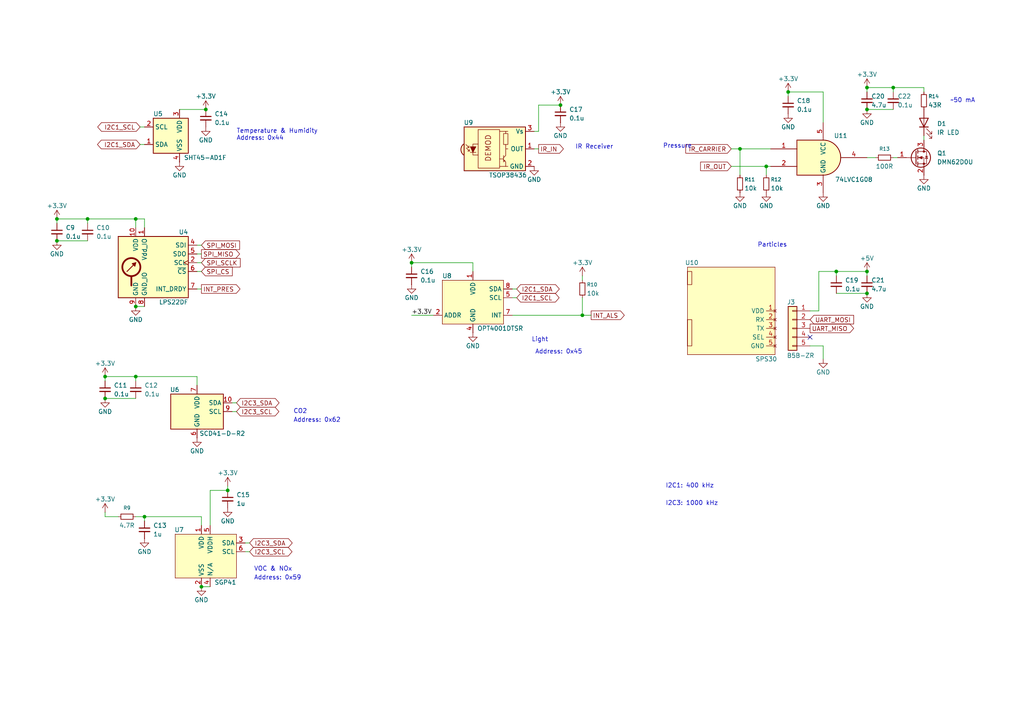
<source format=kicad_sch>
(kicad_sch (version 20250114) (generator "eeschema") (generator_version "9.0")
  (paper "A4")
  (lib_symbols
    (symbol "74xGxx:74LVC1G08"
      (property "Reference" "U" (at -5.08 7.62 0))
      (property "Value" "74LVC1G08" (at 7.62 -7.62 0))
      (symbol "74LVC1G08_0_1"
        (arc (start 0 5.08) (mid 5.0579 0) (end 0 -5.08) (stroke (width 0.254)) (fill (type background)))
        (polyline (pts (xy 0 -5.08) (xy -7.62 -5.08) (xy -7.62 5.08) (xy 0 5.08)) (stroke (width 0.254)) (fill (type background)))
      )
      (symbol "74LVC1G08_1_1"
        (pin input line (at -15.24 2.54 0) (length 7.62) (name "~") (number "1"))
        (pin input line (at -15.24 -2.54 0) (length 7.62) (name "~") (number "2"))
        (pin power_in line (at 0 10.16 270) (length 5.08) (name "VCC") (number "5"))
        (pin power_in line (at 0 -10.16 90) (length 5.08) (name "GND") (number "3"))
        (pin output line (at 12.7 0 180) (length 7.62) (name "~") (number "4"))
      )
    )
    (symbol "Connector_Generic:Conn_01x05" (pin_names (offset 1.016) (hide yes))
      (property "Reference" "J" (at 0 7.62 0))
      (property "Value" "Conn_01x05" (at 0 -7.62 0))
      (symbol "Conn_01x05_1_1"
        (rectangle (start -1.27 6.35) (end 1.27 -6.35) (stroke (width 0.254)) (fill (type background)))
        (rectangle (start -1.27 5.207) (end 0 4.953) (stroke (width 0.1524)))
        (rectangle (start -1.27 2.667) (end 0 2.413) (stroke (width 0.1524)))
        (rectangle (start -1.27 0.127) (end 0 -0.127) (stroke (width 0.1524)))
        (rectangle (start -1.27 -2.413) (end 0 -2.667) (stroke (width 0.1524)))
        (rectangle (start -1.27 -4.953) (end 0 -5.207) (stroke (width 0.1524)))
        (pin passive line (at -5.08 5.08 0) (length 3.81) (name "Pin_1") (number "1"))
        (pin passive line (at -5.08 2.54 0) (length 3.81) (name "Pin_2") (number "2"))
        (pin passive line (at -5.08 0 0) (length 3.81) (name "Pin_3") (number "3"))
        (pin passive line (at -5.08 -2.54 0) (length 3.81) (name "Pin_4") (number "4"))
        (pin passive line (at -5.08 -5.08 0) (length 3.81) (name "Pin_5") (number "5"))
      )
    )
    (symbol "DWlib:OPT4001DTSR "
      (property "Reference" "U" (at -8.382 7.366 0))
      (property "Value" "OPT4001DTSR" (at 0.508 -7.62 0))
      (symbol "OPT4001DTSR _1_1"
        (rectangle (start -8.89 6.35) (end 8.89 -6.35) (fill (type background)))
        (pin passive line (at -11.43 -3.81 0) (length 2.54) (name "ADDR") (number "2"))
        (pin no_connect line (at -8.89 3.81 0) (length 2.54) (hide yes) (name "NC") (number "3"))
        (pin no_connect line (at -8.89 1.27 0) (length 2.54) (hide yes) (name "NC") (number "6"))
        (pin power_in line (at 0 8.89 270) (length 2.54) (name "VDD") (number "1"))
        (pin power_in line (at 0 -8.89 90) (length 2.54) (name "GND") (number "4"))
        (pin bidirectional line (at 11.43 3.81 180) (length 2.54) (name "SDA") (number "8"))
        (pin bidirectional line (at 11.43 1.27 180) (length 2.54) (name "SCL") (number "5"))
        (pin bidirectional line (at 11.43 -3.81 180) (length 2.54) (name "INT") (number "7"))
      )
    )
    (symbol "DWlib:SGP41"
      (property "Reference" "U" (at -8.382 7.366 0))
      (property "Value" "SGP41" (at 6.096 7.366 0))
      (symbol "SGP41_1_1"
        (rectangle (start -8.89 6.35) (end 8.89 -6.35) (fill (type background)))
        (pin power_in line (at -1.27 8.89 270) (length 2.54) (name "VDD") (number "1"))
        (pin power_in line (at -1.27 -8.89 90) (length 2.54) (name "VSS") (number "2"))
        (pin power_in line (at 1.27 8.89 270) (length 2.54) (name "VDDH") (number "5"))
        (pin passive line (at 1.27 -8.89 90) (length 2.54) (name "N/A") (number "4"))
        (pin bidirectional line (at 11.43 3.81 180) (length 2.54) (name "SDA") (number "3"))
        (pin bidirectional line (at 11.43 1.27 180) (length 2.54) (name "SCL") (number "6"))
      )
    )
    (symbol "DWlib:SPS30"
      (property "Reference" "U" (at -12.192 13.716 0))
      (property "Value" "SPS30" (at 9.906 13.716 0))
      (symbol "SPS30_1_1"
        (rectangle (start -12.7 12.7) (end 12.7 -12.7) (fill (type background)))
        (rectangle (start -12.7 7.62) (end -11.43 11.43))
        (rectangle (start -12.7 -10.16) (end -11.43 -2.54))
        (pin no_connect line (at 12.7 0 180) (length 2.54) (name "VDD") (number "1"))
        (pin no_connect line (at 12.7 -2.54 180) (length 2.54) (name "RX") (number "2"))
        (pin no_connect line (at 12.7 -5.08 180) (length 2.54) (name "TX") (number "3"))
        (pin no_connect line (at 12.7 -7.62 180) (length 2.54) (name "SEL") (number "4"))
        (pin no_connect line (at 12.7 -10.16 180) (length 2.54) (name "GND") (number "5"))
      )
    )
    (symbol "Device:C_Small" (pin_numbers (hide yes)) (pin_names (offset 0.254) (hide yes))
      (property "Reference" "C" (at 0.254 1.778 0))
      (property "Value" "C_Small" (at 0.254 -2.032 0))
      (symbol "C_Small_0_1"
        (polyline (pts (xy -1.524 0.508) (xy 1.524 0.508)) (stroke (width 0.3048)))
        (polyline (pts (xy -1.524 -0.508) (xy 1.524 -0.508)) (stroke (width 0.3302)))
      )
      (symbol "C_Small_1_1"
        (pin passive line (at 0 2.54 270) (length 2.032) (name "~") (number "1"))
        (pin passive line (at 0 -2.54 90) (length 2.032) (name "~") (number "2"))
      )
    )
    (symbol "Device:LED" (pin_numbers (hide yes)) (pin_names (offset 1.016) (hide yes))
      (property "Reference" "D" (at 0 2.54 0))
      (property "Value" "LED" (at 0 -2.54 0))
      (symbol "LED_0_1"
        (polyline (pts (xy -3.048 -0.762) (xy -4.572 -2.286) (xy -3.81 -2.286) (xy -4.572 -2.286) (xy -4.572 -1.524)))
        (polyline (pts (xy -1.778 -0.762) (xy -3.302 -2.286) (xy -2.54 -2.286) (xy -3.302 -2.286) (xy -3.302 -1.524)))
        (polyline (pts (xy -1.27 0) (xy 1.27 0)))
        (polyline (pts (xy -1.27 -1.27) (xy -1.27 1.27)) (stroke (width 0.254)))
        (polyline (pts (xy 1.27 -1.27) (xy 1.27 1.27) (xy -1.27 0) (xy 1.27 -1.27)) (stroke (width 0.254)))
      )
      (symbol "LED_1_1"
        (pin passive line (at -3.81 0 0) (length 2.54) (name "K") (number "1"))
        (pin passive line (at 3.81 0 180) (length 2.54) (name "A") (number "2"))
      )
    )
    (symbol "Device:R_Small" (pin_numbers (hide yes)) (pin_names (offset 0.254) (hide yes))
      (property "Reference" "R" (at 0 0 90))
      (property "Value" "R_Small" (at 1.778 0 90))
      (symbol "R_Small_0_1"
        (rectangle (start -0.762 1.778) (end 0.762 -1.778) (stroke (width 0.2032)))
      )
      (symbol "R_Small_1_1"
        (pin passive line (at 0 2.54 270) (length 0.762) (name "~") (number "1"))
        (pin passive line (at 0 -2.54 90) (length 0.762) (name "~") (number "2"))
      )
    )
    (symbol "Interface_Optical:TSOP384xx"
      (property "Reference" "U" (at -10.16 7.62 0))
      (property "Value" "TSOP384xx" (at -10.16 -7.62 0))
      (symbol "TSOP384xx_0_0"
        (arc (start -10.287 -1.778) (mid -11.0899 -0.1905) (end -10.287 1.397) (stroke (width 0.254)) (fill (type background)))
        (polyline (pts (xy 1.905 5.08) (xy 0.127 5.08)))
        (polyline (pts (xy 1.905 -5.08) (xy 0.127 -5.08)))
        (text "DEMOD" (at -3.175 0.254 900) (effects (font (size 1.524 1.524))))
      )
      (symbol "TSOP384xx_0_1"
        (polyline (pts (xy -8.763 0.381) (xy -9.652 1.27)))
        (polyline (pts (xy -8.763 0.381) (xy -9.271 0.381)))
        (polyline (pts (xy -8.763 0.381) (xy -8.763 0.889)))
        (polyline (pts (xy -8.636 -0.635) (xy -9.525 0.254)))
        (polyline (pts (xy -8.636 -0.635) (xy -9.144 -0.635)))
        (polyline (pts (xy -8.636 -0.635) (xy -8.636 -0.127)))
        (polyline (pts (xy -8.382 0.635) (xy -6.731 0.635) (xy -7.62 -1.016) (xy -8.382 0.635)) (fill (type outline)))
        (polyline (pts (xy -8.382 -1.016) (xy -6.731 -1.016)))
        (rectangle (start -6.096 5.588) (end 0.127 -5.588))
        (polyline (pts (xy -6.096 1.397) (xy -7.62 1.397) (xy -7.62 -1.778) (xy -6.096 -1.778)))
        (polyline (pts (xy 1.27 -1.905) (xy 1.27 -3.81)))
        (polyline (pts (xy 1.27 -2.54) (xy 1.905 -1.905) (xy 1.905 0) (xy 2.54 0)))
        (polyline (pts (xy 1.27 -2.921) (xy 0.127 -2.921)))
        (polyline (pts (xy 1.27 -3.175) (xy 1.905 -3.81) (xy 1.905 -5.08) (xy 2.54 -5.08)))
        (polyline (pts (xy 1.397 -3.556) (xy 1.524 -3.556)))
        (polyline (pts (xy 1.651 -3.556) (xy 1.524 -3.556)))
        (polyline (pts (xy 1.651 -3.556) (xy 1.651 -3.302)))
        (polyline (pts (xy 1.905 4.445) (xy 1.905 5.08) (xy 2.54 5.08)))
        (polyline (pts (xy 1.905 0) (xy 1.905 1.27)))
        (rectangle (start 2.54 1.27) (end 1.27 4.445))
        (rectangle (start 7.62 6.35) (end -10.16 -6.35) (stroke (width 0.254)) (fill (type background)))
      )
      (symbol "TSOP384xx_1_1"
        (pin power_in line (at 10.16 5.08 180) (length 2.54) (name "Vs") (number "3"))
        (pin output line (at 10.16 0 180) (length 2.54) (name "OUT") (number "1"))
        (pin power_in line (at 10.16 -5.08 180) (length 2.54) (name "GND") (number "2"))
      )
    )
    (symbol "Sensor_Gas:SCD41-D-R2"
      (property "Reference" "U" (at -7.62 6.35 0))
      (property "Value" "SCD41-D-R2" (at 6.985 6.35 0))
      (symbol "SCD41-D-R2_0_1"
        (rectangle (start 7.62 5.08) (end -7.62 -5.08) (stroke (width 0.254)) (fill (type background)))
      )
      (symbol "SCD41-D-R2_1_1"
        (pin passive line (at 0 7.62 270) (length 2.54) (hide yes) (name "VDD") (number "19"))
        (pin power_in line (at 0 7.62 270) (length 2.54) (name "VDD") (number "7"))
        (pin passive line (at 0 -7.62 90) (length 2.54) (hide yes) (name "GND") (number "20"))
        (pin passive line (at 0 -7.62 90) (length 2.54) (hide yes) (name "GND") (number "21"))
        (pin power_in line (at 0 -7.62 90) (length 2.54) (name "GND") (number "6"))
        (pin bidirectional line (at 10.16 2.54 180) (length 2.54) (name "SDA") (number "10"))
        (pin input line (at 10.16 0 180) (length 2.54) (name "SCL") (number "9"))
      )
    )
    (symbol "Sensor_Humidity:SHT4x"
      (property "Reference" "U" (at 0 8.89 0))
      (property "Value" "SHT4x" (at 0 6.35 0))
      (symbol "SHT4x_1_1"
        (rectangle (start -5.08 5.08) (end 5.08 -5.08) (stroke (width 0.254)) (fill (type background)))
        (pin input line (at -7.62 2.54 0) (length 2.54) (name "SCL") (number "2"))
        (pin bidirectional line (at -7.62 -2.54 0) (length 2.54) (name "SDA") (number "1"))
        (pin power_in line (at 2.54 7.62 270) (length 2.54) (name "VDD") (number "3"))
        (pin power_in line (at 2.54 -7.62 90) (length 2.54) (name "VSS") (number "4"))
      )
    )
    (symbol "Sensor_Pressure:LPS22DF"
      (property "Reference" "U" (at -11.43 1.27 0))
      (property "Value" "LPS22DF" (at -11.176 -1.27 0))
      (symbol "LPS22DF_0_1"
        (rectangle (start -10.16 10.16) (end 10.16 -7.62) (stroke (width 0.254)) (fill (type background)))
        (polyline (pts (xy -7.62 0) (xy -5.08 2.54)) (stroke (width 0.254)))
        (circle (center -6.35 1.27) (radius 2.6162) (stroke (width 0.508)))
        (polyline (pts (xy -6.35 -1.524) (xy -6.35 -4.064)) (stroke (width 0.508)))
        (polyline (pts (xy -5.08 2.54) (xy -5.334 1.524) (xy -6.096 2.286) (xy -5.08 2.54)) (stroke (width 0.254)) (fill (type outline)))
      )
      (symbol "LPS22DF_1_1"
        (pin power_in line (at -5.08 12.7 270) (length 2.54) (name "VDD") (number "10"))
        (pin passive line (at -5.08 -10.16 90) (length 2.54) (hide yes) (name "GND") (number "3"))
        (pin power_in line (at -5.08 -10.16 90) (length 2.54) (name "GND") (number "9"))
        (pin power_in line (at -2.54 12.7 270) (length 2.54) (name "Vdd_IO") (number "1"))
        (pin power_in line (at -2.54 -10.16 90) (length 2.54) (name "GND_IO") (number "8"))
        (pin bidirectional line (at 12.7 7.62 180) (length 2.54) (name "SDA") (number "4") (alternate "SDI" input line))
        (pin input line (at 12.7 5.08 180) (length 2.54) (name "SA0") (number "5") (alternate "SDO" output line))
        (pin input clock (at 12.7 2.54 180) (length 2.54) (name "SCL") (number "2"))
        (pin input line (at 12.7 0 180) (length 2.54) (name "~{CS}") (number "6"))
        (pin output line (at 12.7 -5.08 180) (length 2.54) (name "INT_DRDY") (number "7"))
      )
    )
    (symbol "Transistor_FET:Q_NMOS_GSD" (pin_names (offset 0) (hide yes))
      (property "Reference" "Q" (at 5.08 1.905 0))
      (property "Value" "Q_NMOS_GSD" (at 5.08 0 0))
      (symbol "Q_NMOS_GSD_0_1"
        (polyline (pts (xy 0.254 1.905) (xy 0.254 -1.905)) (stroke (width 0.254)))
        (polyline (pts (xy 0.254 0) (xy -2.54 0)))
        (polyline (pts (xy 0.762 2.286) (xy 0.762 1.27)) (stroke (width 0.254)))
        (polyline (pts (xy 0.762 0.508) (xy 0.762 -0.508)) (stroke (width 0.254)))
        (polyline (pts (xy 0.762 -1.27) (xy 0.762 -2.286)) (stroke (width 0.254)))
        (polyline (pts (xy 0.762 -1.778) (xy 3.302 -1.778) (xy 3.302 1.778) (xy 0.762 1.778)))
        (polyline (pts (xy 1.016 0) (xy 2.032 0.381) (xy 2.032 -0.381) (xy 1.016 0)) (fill (type outline)))
        (circle (center 1.651 0) (radius 2.794) (stroke (width 0.254)))
        (polyline (pts (xy 2.54 2.54) (xy 2.54 1.778)))
        (circle (center 2.54 1.778) (radius 0.254) (fill (type outline)))
        (circle (center 2.54 -1.778) (radius 0.254) (fill (type outline)))
        (polyline (pts (xy 2.54 -2.54) (xy 2.54 0) (xy 0.762 0)))
        (polyline (pts (xy 2.921 0.381) (xy 3.683 0.381)))
        (polyline (pts (xy 3.302 0.381) (xy 2.921 -0.254) (xy 3.683 -0.254) (xy 3.302 0.381)))
      )
      (symbol "Q_NMOS_GSD_1_1"
        (pin input line (at -5.08 0 0) (length 2.54) (name "G") (number "1"))
        (pin passive line (at 2.54 5.08 270) (length 2.54) (name "D") (number "3"))
        (pin passive line (at 2.54 -5.08 90) (length 2.54) (name "S") (number "2"))
      )
    )
    (symbol "power:+3.3V" (power) (pin_numbers (hide yes)) (pin_names (offset 0) (hide yes))
      (property "Value" "+3.3V" (at 0 3.556 0))
      (symbol "+3.3V_0_1"
        (polyline (pts (xy -0.762 1.27) (xy 0 2.54)))
        (polyline (pts (xy 0 2.54) (xy 0.762 1.27)))
        (polyline (pts (xy 0 0) (xy 0 2.54)))
      )
      (symbol "+3.3V_1_1"
        (pin power_in line (at 0 0 90) (length 0) (name "~") (number "1"))
      )
    )
    (symbol "power:+5V" (power) (pin_numbers (hide yes)) (pin_names (offset 0) (hide yes))
      (property "Value" "+5V" (at 0 3.556 0))
      (symbol "+5V_0_1"
        (polyline (pts (xy -0.762 1.27) (xy 0 2.54)))
        (polyline (pts (xy 0 2.54) (xy 0.762 1.27)))
        (polyline (pts (xy 0 0) (xy 0 2.54)))
      )
      (symbol "+5V_1_1"
        (pin power_in line (at 0 0 90) (length 0) (name "~") (number "1"))
      )
    )
    (symbol "power:GND" (power) (pin_numbers (hide yes)) (pin_names (offset 0) (hide yes))
      (property "Value" "GND" (at 0 -3.81 0))
      (symbol "GND_0_1"
        (polyline (pts (xy 0 0) (xy 0 -1.27) (xy 1.27 -1.27) (xy 0 -2.54) (xy -1.27 -1.27) (xy 0 -1.27)))
      )
      (symbol "GND_1_1"
        (pin power_in line (at 0 0 270) (length 0) (name "~") (number "1"))
      )
    )
  )
  (text "Address: 0x59" (at 73.66 167.64 0) (effects (font (size 1.27 1.27)) (justify left)))
  (text "VOC & NOx" (at 73.66 165.1 0) (effects (font (size 1.27 1.27)) (justify left)))
  (text "Address: 0x44" (at 68.58 40.132 0) (effects (font (size 1.27 1.27)) (justify left)))
  (text "Particles" (at 219.71 71.12 0) (effects (font (size 1.27 1.27)) (justify left)))
  (text "CO2" (at 85.09 119.38 0) (effects (font (size 1.27 1.27)) (justify left)))
  (text "Light" (at 154.178 98.552 0) (effects (font (size 1.27 1.27)) (justify left)))
  (text "Pressure" (at 192.278 42.418 0) (effects (font (size 1.27 1.27)) (justify left)))
  (text "I2C1: 400 kHz" (at 193.04 140.97 0) (effects (font (size 1.27 1.27)) (justify left)))
  (text "Address: 0x45" (at 155.194 102.108 0) (effects (font (size 1.27 1.27)) (justify left)))
  (text "I2C3: 1000 kHz" (at 193.04 146.05 0) (effects (font (size 1.27 1.27)) (justify left)))
  (text "~50 mA" (at 275.59 29.21 0) (effects (font (size 1.27 1.27)) (justify left)))
  (text "Temperature & Humidity" (at 68.58 38.1 0) (effects (font (size 1.27 1.27)) (justify left)))
  (text "Address: 0x62" (at 85.09 121.92 0) (effects (font (size 1.27 1.27)) (justify left)))
  (text "IR Receiver" (at 166.878 42.672 0) (effects (font (size 1.27 1.27)) (justify left)))
  (junction (at 222.25 48.26))
  (junction (at 242.57 78.74))
  (junction (at 39.37 88.9))
  (junction (at 228.6 26.67))
  (junction (at 39.37 109.22))
  (junction (at 214.63 43.18))
  (junction (at 119.38 76.2))
  (junction (at 41.91 149.86))
  (junction (at 259.08 25.4))
  (junction (at 66.04 142.24))
  (junction (at 251.46 85.09))
  (junction (at 30.48 109.22))
  (junction (at 30.48 115.57))
  (junction (at 16.51 63.5))
  (junction (at 39.37 63.5))
  (junction (at 251.46 31.75))
  (junction (at 58.42 170.18))
  (junction (at 168.91 91.44))
  (junction (at 16.51 69.85))
  (junction (at 251.46 78.74))
  (junction (at 162.56 30.48))
  (junction (at 251.46 25.4))
  (junction (at 59.69 31.75))
  (junction (at 25.4 63.5))
  (no_connect (at 234.95 97.79))
  (wire (pts (xy 58.42 78.74) (xy 57.15 78.74)))
  (wire (pts (xy 39.37 63.5) (xy 25.4 63.5)))
  (wire (pts (xy 30.48 110.49) (xy 30.48 109.22)))
  (wire (pts (xy 58.42 170.18) (xy 60.96 170.18)))
  (wire (pts (xy 259.08 25.4) (xy 259.08 26.67)))
  (wire (pts (xy 212.09 48.26) (xy 222.25 48.26)))
  (wire (pts (xy 41.91 63.5) (xy 39.37 63.5)))
  (wire (pts (xy 41.91 149.86) (xy 58.42 149.86)))
  (wire (pts (xy 57.15 111.76) (xy 57.15 109.22)))
  (wire (pts (xy 119.38 77.47) (xy 119.38 76.2)))
  (wire (pts (xy 39.37 109.22) (xy 39.37 110.49)))
  (wire (pts (xy 260.35 45.72) (xy 259.08 45.72)))
  (wire (pts (xy 267.97 25.4) (xy 259.08 25.4)))
  (wire (pts (xy 242.57 78.74) (xy 242.57 80.01)))
  (wire (pts (xy 156.21 38.1) (xy 156.21 30.48)))
  (wire (pts (xy 149.86 83.82) (xy 148.59 83.82)))
  (wire (pts (xy 68.58 119.38) (xy 67.31 119.38)))
  (wire (pts (xy 60.96 142.24) (xy 66.04 142.24)))
  (wire (pts (xy 16.51 69.85) (xy 25.4 69.85)))
  (wire (pts (xy 148.59 91.44) (xy 168.91 91.44)))
  (wire (pts (xy 25.4 63.5) (xy 16.51 63.5)))
  (wire (pts (xy 251.46 78.74) (xy 251.46 80.01)))
  (wire (pts (xy 40.64 36.83) (xy 41.91 36.83)))
  (wire (pts (xy 25.4 63.5) (xy 25.4 64.77)))
  (wire (pts (xy 58.42 76.2) (xy 57.15 76.2)))
  (wire (pts (xy 238.76 26.67) (xy 228.6 26.67)))
  (wire (pts (xy 149.86 86.36) (xy 148.59 86.36)))
  (wire (pts (xy 52.07 31.75) (xy 59.69 31.75)))
  (wire (pts (xy 30.48 115.57) (xy 39.37 115.57)))
  (wire (pts (xy 251.46 25.4) (xy 251.46 26.67)))
  (wire (pts (xy 68.58 116.84) (xy 67.31 116.84)))
  (wire (pts (xy 39.37 66.04) (xy 39.37 63.5)))
  (wire (pts (xy 72.39 157.48) (xy 71.12 157.48)))
  (wire (pts (xy 234.95 100.33) (xy 238.76 100.33)))
  (wire (pts (xy 168.91 91.44) (xy 171.45 91.44)))
  (wire (pts (xy 58.42 71.12) (xy 57.15 71.12)))
  (wire (pts (xy 168.91 86.36) (xy 168.91 91.44)))
  (wire (pts (xy 242.57 85.09) (xy 251.46 85.09)))
  (wire (pts (xy 72.39 160.02) (xy 71.12 160.02)))
  (wire (pts (xy 222.25 48.26) (xy 223.52 48.26)))
  (wire (pts (xy 30.48 149.86) (xy 34.29 149.86)))
  (wire (pts (xy 40.64 41.91) (xy 41.91 41.91)))
  (wire (pts (xy 214.63 43.18) (xy 214.63 50.8)))
  (wire (pts (xy 16.51 63.5) (xy 16.51 64.77)))
  (wire (pts (xy 259.08 25.4) (xy 251.46 25.4)))
  (wire (pts (xy 58.42 149.86) (xy 58.42 152.4)))
  (wire (pts (xy 119.38 76.2) (xy 137.16 76.2)))
  (wire (pts (xy 168.91 81.28) (xy 168.91 80.01)))
  (wire (pts (xy 238.76 35.56) (xy 238.76 26.67)))
  (wire (pts (xy 251.46 45.72) (xy 254 45.72)))
  (wire (pts (xy 30.48 148.59) (xy 30.48 149.86)))
  (wire (pts (xy 39.37 109.22) (xy 30.48 109.22)))
  (wire (pts (xy 39.37 149.86) (xy 41.91 149.86)))
  (wire (pts (xy 237.49 90.17) (xy 237.49 78.74)))
  (wire (pts (xy 242.57 78.74) (xy 251.46 78.74)))
  (wire (pts (xy 58.42 83.82) (xy 57.15 83.82)))
  (wire (pts (xy 60.96 152.4) (xy 60.96 142.24)))
  (wire (pts (xy 119.38 91.44) (xy 125.73 91.44)))
  (wire (pts (xy 41.91 149.86) (xy 41.91 151.13)))
  (wire (pts (xy 66.04 140.97) (xy 66.04 142.24)))
  (wire (pts (xy 214.63 43.18) (xy 223.52 43.18)))
  (wire (pts (xy 156.21 30.48) (xy 162.56 30.48)))
  (wire (pts (xy 251.46 31.75) (xy 259.08 31.75)))
  (wire (pts (xy 222.25 48.26) (xy 222.25 50.8)))
  (wire (pts (xy 234.95 90.17) (xy 237.49 90.17)))
  (wire (pts (xy 57.15 109.22) (xy 39.37 109.22)))
  (wire (pts (xy 39.37 88.9) (xy 41.91 88.9)))
  (wire (pts (xy 156.21 43.18) (xy 154.94 43.18)))
  (wire (pts (xy 212.09 43.18) (xy 214.63 43.18)))
  (wire (pts (xy 58.42 73.66) (xy 57.15 73.66)))
  (wire (pts (xy 154.94 38.1) (xy 156.21 38.1)))
  (wire (pts (xy 267.97 39.37) (xy 267.97 40.64)))
  (wire (pts (xy 41.91 66.04) (xy 41.91 63.5)))
  (wire (pts (xy 267.97 26.67) (xy 267.97 25.4)))
  (wire (pts (xy 228.6 26.67) (xy 228.6 27.94)))
  (wire (pts (xy 237.49 78.74) (xy 242.57 78.74)))
  (wire (pts (xy 137.16 76.2) (xy 137.16 78.74)))
  (wire (pts (xy 238.76 100.33) (xy 238.76 104.14)))
  (label "+3.3V" (at 119.38 91.44 0))
  (global_label "INT_PRES" (shape output) (at 58.42 83.82 0) (property "Intersheetrefs" "${INTERSHEET_REFS}" (at 70.1742 83.82 0) (effects (justify left))))
  (global_label "SPI_MISO" (shape output) (at 58.42 73.66 0) (property "Intersheetrefs" "${INTERSHEET_REFS}" (at 70.0533 73.66 0) (effects (justify left))))
  (global_label "I2C1_SDA" (shape bidirectional) (at 40.64 41.91 180) (property "Intersheetrefs" "${INTERSHEET_REFS}" (at 28.8253 41.91 0) (effects (justify right))))
  (global_label "SPI_CS" (shape input) (at 58.42 78.74 0) (property "Intersheetrefs" "${INTERSHEET_REFS}" (at 67.9366 78.74 0) (effects (justify left))))
  (global_label "UART_MOSI" (shape input) (at 234.95 92.71 0) (property "Intersheetrefs" "${INTERSHEET_REFS}" (at 248.1557 92.71 0) (effects (justify left))))
  (global_label "I2C3_SCL" (shape bidirectional) (at 72.39 160.02 0) (property "Intersheetrefs" "${INTERSHEET_REFS}" (at 85.2555 160.02 0) (effects (justify left))))
  (global_label "UART_MISO" (shape output) (at 234.95 95.25 0) (property "Intersheetrefs" "${INTERSHEET_REFS}" (at 248.1557 95.25 0) (effects (justify left))))
  (global_label "INT_ALS" (shape output) (at 171.45 91.44 0) (property "Intersheetrefs" "${INTERSHEET_REFS}" (at 181.6319 91.44 0) (effects (justify left))))
  (global_label "I2C3_SDA" (shape bidirectional) (at 72.39 157.48 0) (property "Intersheetrefs" "${INTERSHEET_REFS}" (at 85.316 157.48 0) (effects (justify left))))
  (global_label "IR_IN" (shape output) (at 156.21 43.18 0) (property "Intersheetrefs" "${INTERSHEET_REFS}" (at 163.9729 43.18 0) (effects (justify left))))
  (global_label "SPI_MOSI" (shape input) (at 58.42 71.12 0) (property "Intersheetrefs" "${INTERSHEET_REFS}" (at 70.0533 71.12 0) (effects (justify left))))
  (global_label "I2C3_SCL" (shape bidirectional) (at 68.58 119.38 0) (property "Intersheetrefs" "${INTERSHEET_REFS}" (at 81.4455 119.38 0) (effects (justify left))))
  (global_label "I2C1_SCL" (shape bidirectional) (at 40.64 36.83 180) (property "Intersheetrefs" "${INTERSHEET_REFS}" (at 27.7745 36.83 0) (effects (justify right))))
  (global_label "IR_CARRIER" (shape input) (at 212.09 43.18 180) (property "Intersheetrefs" "${INTERSHEET_REFS}" (at 198.34 43.18 0) (effects (justify right))))
  (global_label "SPI_SCLK" (shape input) (at 58.42 76.2 0) (property "Intersheetrefs" "${INTERSHEET_REFS}" (at 70.2347 76.2 0) (effects (justify left))))
  (global_label "IR_OUT" (shape input) (at 212.09 48.26 180) (property "Intersheetrefs" "${INTERSHEET_REFS}" (at 202.6338 48.26 0) (effects (justify right))))
  (global_label "I2C3_SDA" (shape bidirectional) (at 68.58 116.84 0) (property "Intersheetrefs" "${INTERSHEET_REFS}" (at 81.506 116.84 0) (effects (justify left))))
  (global_label "I2C1_SCL" (shape bidirectional) (at 149.86 86.36 0) (property "Intersheetrefs" "${INTERSHEET_REFS}" (at 161.6142 86.36 0) (effects (justify left))))
  (global_label "I2C1_SDA" (shape bidirectional) (at 149.86 83.82 0) (property "Intersheetrefs" "${INTERSHEET_REFS}" (at 161.6747 83.82 0) (effects (justify left))))
  (symbol (lib_id "Device:LED") (at 267.97 35.56 90) (unit 1)
    (property "Reference" "D1" (at 271.78 35.8774 90) (effects (justify right)))
    (property "Value" "IR LED" (at 271.78 38.4174 90) (effects (justify right)))
    (property "Footprint" "LED_THT:LED_D5.0mm_Clear" (effects (hide yes)))
    (property "Description" "Light emitting diode" (effects (hide yes)))
    (property "Sim.Pins" "1=K 2=A" (effects (hide yes)))
  )
  (symbol (lib_id "Device:C_Small") (at 39.37 113.03 0) (unit 1)
    (property "Reference" "C12" (at 41.91 111.7662 0) (effects (justify left)))
    (property "Value" "0.1u" (at 41.91 114.3062 0) (effects (justify left)))
    (property "Footprint" "Capacitor_SMD:C_0402_1005Metric" (effects (hide yes)))
    (property "Description" "Unpolarized capacitor, small symbol" (effects (hide yes)))
  )
  (symbol (lib_id "power:+3.3V") (at 16.51 63.5 0) (unit 1)
    (property "Reference" "#PWR025" (effects (hide yes)))
    (property "Value" "+3.3V" (at 16.51 59.69 0))
    (property "Description" "Power symbol creates a global label with name \"+3.3V\"" (effects (hide yes)))
  )
  (symbol (lib_id "Device:R_Small") (at 267.97 29.21 180) (unit 1)
    (property "Reference" "R14" (at 269.24 27.94 0) (effects (font (size 1.016 1.016)) (justify right)))
    (property "Value" "43R" (at 269.24 30.48 0) (effects (justify right)))
    (property "Footprint" "Resistor_SMD:R_0805_2012Metric" (effects (hide yes)))
    (property "Description" "Resistor, small symbol" (effects (hide yes)))
  )
  (symbol (lib_id "Device:C_Small") (at 251.46 82.55 0) (unit 1)
    (property "Reference" "C21" (at 252.73 81.28 0) (effects (justify left)))
    (property "Value" "4.7u" (at 252.73 83.82 0) (effects (justify left)))
    (property "Footprint" "Capacitor_SMD:C_0805_2012Metric" (effects (hide yes)))
    (property "Description" "Unpolarized capacitor, small symbol" (effects (hide yes)))
  )
  (symbol (lib_id "Sensor_Gas:SCD41-D-R2") (at 57.15 119.38 0) (unit 1)
    (property "Reference" "U6" (at 52.07 113.03 0) (effects (justify right)))
    (property "Value" "SCD41-D-R2" (at 71.12 125.73 0) (effects (justify right)))
    (property "Footprint" "Sensor:Sensirion_SCD4x-1EP_10.1x10.1mm_P1.25mm_EP4.8x4.8mm" (effects (hide yes)))
    (property "Datasheet" "https://sensirion.com/media/documents/E0F04247/631EF271/CD_DS_SCD40_SCD41_Datasheet_D1.pdf" (effects (hide yes)))
    (property "Description" "Photoacoustic CO2 sensor, 40 000 ppm, I2C, 2.4-5.5 V, High accuracy  400 - 5000 ppm" (effects (hide yes)))
  )
  (symbol (lib_id "power:GND") (at 214.63 55.88 0) (unit 1)
    (property "Reference" "#PWR046" (effects (hide yes)))
    (property "Value" "GND" (at 214.63 59.69 0))
    (property "Description" "Power symbol creates a global label with name \"GND\" , ground" (effects (hide yes)))
  )
  (symbol (lib_id "Device:R_Small") (at 222.25 53.34 180) (unit 1)
    (property "Reference" "R12" (at 223.52 52.07 0) (effects (font (size 1.016 1.016)) (justify right)))
    (property "Value" "10k" (at 223.52 54.61 0) (effects (justify right)))
    (property "Footprint" "Resistor_SMD:R_0603_1608Metric" (effects (hide yes)))
    (property "Description" "Resistor, small symbol" (effects (hide yes)))
  )
  (symbol (lib_id "Device:C_Small") (at 251.46 29.21 0) (unit 1)
    (property "Reference" "C20" (at 252.73 27.94 0) (effects (justify left)))
    (property "Value" "4.7u" (at 252.73 30.48 0) (effects (justify left)))
    (property "Footprint" "Capacitor_SMD:C_0805_2012Metric" (effects (hide yes)))
    (property "Description" "Unpolarized capacitor, small symbol" (effects (hide yes)))
  )
  (symbol (lib_id "power:GND") (at 137.16 96.52 0) (unit 1)
    (property "Reference" "#PWR041" (effects (hide yes)))
    (property "Value" "GND" (at 137.16 100.33 0))
    (property "Description" "Power symbol creates a global label with name \"GND\" , ground" (effects (hide yes)))
  )
  (symbol (lib_id "74xGxx:74LVC1G08") (at 238.76 45.72 0) (unit 1)
    (property "Reference" "U11" (at 243.84 39.37 0))
    (property "Value" "74LVC1G08" (at 247.65 52.07 0))
    (property "Footprint" "Package_TO_SOT_SMD:SOT-23-5" (effects (hide yes)))
    (property "Datasheet" "https://www.ti.com/lit/ds/symlink/sn74lvc1g08.pdf" (effects (hide yes)))
    (property "Description" "Single AND Gate, Low-Voltage CMOS" (effects (hide yes)))
    (property "MPN" "SN74LVC1G08DBVR" (effects (hide yes)))
    (property "Mouser PN" "595-SN74LVC1G08DBVR" (effects (hide yes)))
  )
  (symbol (lib_id "power:+3.3V") (at 162.56 30.48 0) (unit 1)
    (property "Reference" "#PWR043" (effects (hide yes)))
    (property "Value" "+3.3V" (at 162.56 26.67 0))
    (property "Description" "Power symbol creates a global label with name \"+3.3V\"" (effects (hide yes)))
  )
  (symbol (lib_id "power:GND") (at 41.91 156.21 0) (unit 1)
    (property "Reference" "#PWR031" (effects (hide yes)))
    (property "Value" "GND" (at 41.91 160.02 0))
    (property "Description" "Power symbol creates a global label with name \"GND\" , ground" (effects (hide yes)))
  )
  (symbol (lib_id "DWlib:SGP41") (at 59.69 161.29 0) (unit 1)
    (property "Reference" "U7" (at 53.34 153.67 0) (effects (justify right)))
    (property "Value" "SGP41" (at 68.58 168.91 0) (effects (justify right)))
    (property "Footprint" "DWlib:Sensirion_DFN-6-1EP_2.44x2.44mm_P0.5mm_EP1.25x1.7mm_SGP4x" (effects (hide yes)))
    (property "Datasheet" "https://sensirion.com/media/documents/5FE8673C/61E96F50/Sensirion_Gas_Sensors_Datasheet_SGP41.pdf" (effects (hide yes)))
    (property "Description" "Air Quality Sensor for VOC and NOx Measurements" (effects (hide yes)))
  )
  (symbol (lib_id "power:GND") (at 154.94 48.26 0) (unit 1)
    (property "Reference" "#PWR042" (effects (hide yes)))
    (property "Value" "GND" (at 154.94 52.07 0))
    (property "Description" "Power symbol creates a global label with name \"GND\" , ground" (effects (hide yes)))
  )
  (symbol (lib_id "power:+3.3V") (at 168.91 80.01 0) (unit 1)
    (property "Reference" "#PWR045" (effects (hide yes)))
    (property "Value" "+3.3V" (at 168.91 76.2 0))
    (property "Description" "Power symbol creates a global label with name \"+3.3V\"" (effects (hide yes)))
  )
  (symbol (lib_id "Device:R_Small") (at 256.54 45.72 90) (unit 1)
    (property "Reference" "R13" (at 256.54 43.18 90) (effects (font (size 1.016 1.016))))
    (property "Value" "100R" (at 256.54 48.26 90))
    (property "Footprint" "Resistor_SMD:R_0603_1608Metric" (effects (hide yes)))
    (property "Description" "Resistor, small symbol" (effects (hide yes)))
  )
  (symbol (lib_id "power:GND") (at 57.15 127 0) (unit 1)
    (property "Reference" "#PWR033" (effects (hide yes)))
    (property "Value" "GND" (at 57.15 130.81 0))
    (property "Description" "Power symbol creates a global label with name \"GND\" , ground" (effects (hide yes)))
  )
  (symbol (lib_id "Device:C_Small") (at 16.51 67.31 0) (unit 1)
    (property "Reference" "C9" (at 19.05 66.0462 0) (effects (justify left)))
    (property "Value" "0.1u" (at 19.05 68.5862 0) (effects (justify left)))
    (property "Footprint" "Capacitor_SMD:C_0402_1005Metric" (effects (hide yes)))
    (property "Description" "Unpolarized capacitor, small symbol" (effects (hide yes)))
  )
  (symbol (lib_id "power:GND") (at 251.46 31.75 0) (unit 1)
    (property "Reference" "#PWR053" (effects (hide yes)))
    (property "Value" "GND" (at 251.46 35.56 0))
    (property "Description" "Power symbol creates a global label with name \"GND\" , ground" (effects (hide yes)))
  )
  (symbol (lib_id "Device:C_Small") (at 59.69 34.29 0) (unit 1)
    (property "Reference" "C14" (at 62.23 33.0262 0) (effects (justify left)))
    (property "Value" "0.1u" (at 62.23 35.5662 0) (effects (justify left)))
    (property "Footprint" "Capacitor_SMD:C_0402_1005Metric" (effects (hide yes)))
    (property "Description" "Unpolarized capacitor, small symbol" (effects (hide yes)))
  )
  (symbol (lib_id "Device:C_Small") (at 259.08 29.21 0) (unit 1)
    (property "Reference" "C22" (at 260.35 27.94 0) (effects (justify left)))
    (property "Value" "0.1u" (at 260.35 30.48 0) (effects (justify left)))
    (property "Footprint" "Capacitor_SMD:C_0402_1005Metric" (effects (hide yes)))
    (property "Description" "Unpolarized capacitor, small symbol" (effects (hide yes)))
  )
  (symbol (lib_id "Device:C_Small") (at 242.57 82.55 0) (unit 1)
    (property "Reference" "C19" (at 245.11 81.2862 0) (effects (justify left)))
    (property "Value" "0.1u" (at 245.11 83.8262 0) (effects (justify left)))
    (property "Footprint" "Capacitor_SMD:C_0402_1005Metric" (effects (hide yes)))
    (property "Description" "Unpolarized capacitor, small symbol" (effects (hide yes)))
  )
  (symbol (lib_id "power:GND") (at 162.56 35.56 0) (unit 1)
    (property "Reference" "#PWR044" (effects (hide yes)))
    (property "Value" "GND" (at 162.56 39.37 0))
    (property "Description" "Power symbol creates a global label with name \"GND\" , ground" (effects (hide yes)))
  )
  (symbol (lib_id "Device:R_Small") (at 36.83 149.86 90) (unit 1)
    (property "Reference" "R9" (at 36.83 147.32 90) (effects (font (size 1.016 1.016))))
    (property "Value" "4.7R" (at 36.83 152.4 90))
    (property "Footprint" "Resistor_SMD:R_0603_1608Metric" (effects (hide yes)))
    (property "Description" "Resistor, small symbol" (effects (hide yes)))
  )
  (symbol (lib_id "Device:C_Small") (at 41.91 153.67 0) (unit 1)
    (property "Reference" "C13" (at 44.45 152.4062 0) (effects (justify left)))
    (property "Value" "1u" (at 44.45 154.9462 0) (effects (justify left)))
    (property "Footprint" "Capacitor_SMD:C_0402_1005Metric" (effects (hide yes)))
    (property "Description" "Unpolarized capacitor, small symbol" (effects (hide yes)))
  )
  (symbol (lib_id "power:+3.3V") (at 228.6 26.67 0) (unit 1)
    (property "Reference" "#PWR048" (effects (hide yes)))
    (property "Value" "+3.3V" (at 228.6 22.86 0))
    (property "Description" "Power symbol creates a global label with name \"+3.3V\"" (effects (hide yes)))
  )
  (symbol (lib_id "power:GND") (at 52.07 46.99 0) (unit 1)
    (property "Reference" "#PWR032" (effects (hide yes)))
    (property "Value" "GND" (at 52.07 50.8 0))
    (property "Description" "Power symbol creates a global label with name \"GND\" , ground" (effects (hide yes)))
  )
  (symbol (lib_id "power:GND") (at 228.6 33.02 0) (unit 1)
    (property "Reference" "#PWR049" (effects (hide yes)))
    (property "Value" "GND" (at 228.6 36.83 0))
    (property "Description" "Power symbol creates a global label with name \"GND\" , ground" (effects (hide yes)))
  )
  (symbol (lib_id "power:GND") (at 58.42 170.18 0) (unit 1)
    (property "Reference" "#PWR034" (effects (hide yes)))
    (property "Value" "GND" (at 58.42 173.99 0))
    (property "Description" "Power symbol creates a global label with name \"GND\" , ground" (effects (hide yes)))
  )
  (symbol (lib_id "Device:C_Small") (at 162.56 33.02 0) (unit 1)
    (property "Reference" "C17" (at 165.1 31.7562 0) (effects (justify left)))
    (property "Value" "0.1u" (at 165.1 34.2962 0) (effects (justify left)))
    (property "Footprint" "Capacitor_SMD:C_0402_1005Metric" (effects (hide yes)))
    (property "Description" "Unpolarized capacitor, small symbol" (effects (hide yes)))
  )
  (symbol (lib_id "power:+3.3V") (at 59.69 31.75 0) (unit 1)
    (property "Reference" "#PWR035" (effects (hide yes)))
    (property "Value" "+3.3V" (at 59.69 27.94 0))
    (property "Description" "Power symbol creates a global label with name \"+3.3V\"" (effects (hide yes)))
  )
  (symbol (lib_id "power:GND") (at 238.76 55.88 0) (unit 1)
    (property "Reference" "#PWR050" (effects (hide yes)))
    (property "Value" "GND" (at 238.76 59.69 0))
    (property "Description" "Power symbol creates a global label with name \"GND\" , ground" (effects (hide yes)))
  )
  (symbol (lib_id "power:GND") (at 119.38 82.55 0) (unit 1)
    (property "Reference" "#PWR040" (effects (hide yes)))
    (property "Value" "GND" (at 119.38 86.36 0))
    (property "Description" "Power symbol creates a global label with name \"GND\" , ground" (effects (hide yes)))
  )
  (symbol (lib_id "power:GND") (at 39.37 88.9 0) (unit 1)
    (property "Reference" "#PWR030" (effects (hide yes)))
    (property "Value" "GND" (at 39.37 92.71 0))
    (property "Description" "Power symbol creates a global label with name \"GND\" , ground" (effects (hide yes)))
  )
  (symbol (lib_id "Transistor_FET:Q_NMOS_GSD") (at 265.43 45.72 0) (unit 1)
    (property "Reference" "Q1" (at 271.78 44.4499 0) (effects (justify left)))
    (property "Value" "DMN62D0U" (at 271.78 46.9899 0) (effects (justify left)))
    (property "Footprint" "Package_TO_SOT_SMD:SOT-23" (effects (hide yes)))
    (property "Description" "N-MOSFET transistor, gate/source/drain" (effects (hide yes)))
    (property "MPN" "DMN62D0U-7" (effects (hide yes)))
    (property "Mouser PN" "621-DMN62D0U-7" (effects (hide yes)))
  )
  (symbol (lib_id "Device:C_Small") (at 66.04 144.78 0) (unit 1)
    (property "Reference" "C15" (at 68.58 143.5162 0) (effects (justify left)))
    (property "Value" "1u" (at 68.58 146.0562 0) (effects (justify left)))
    (property "Footprint" "Capacitor_SMD:C_0402_1005Metric" (effects (hide yes)))
    (property "Description" "Unpolarized capacitor, small symbol" (effects (hide yes)))
  )
  (symbol (lib_id "power:GND") (at 222.25 55.88 0) (unit 1)
    (property "Reference" "#PWR047" (effects (hide yes)))
    (property "Value" "GND" (at 222.25 59.69 0))
    (property "Description" "Power symbol creates a global label with name \"GND\" , ground" (effects (hide yes)))
  )
  (symbol (lib_id "power:GND") (at 238.76 104.14 0) (unit 1)
    (property "Reference" "#PWR051" (effects (hide yes)))
    (property "Value" "GND" (at 238.76 107.95 0))
    (property "Description" "Power symbol creates a global label with name \"GND\" , ground" (effects (hide yes)))
  )
  (symbol (lib_id "Sensor_Pressure:LPS22DF") (at 44.45 78.74 0) (unit 1)
    (property "Reference" "U4" (at 54.61 67.31 0) (effects (justify right)))
    (property "Value" "LPS22DF" (at 54.61 87.63 0) (effects (justify right)))
    (property "Footprint" "Package_LGA:ST_HLGA-10_2x2mm_P0.5mm_LayoutBorder3x2y" (effects (hide yes)))
    (property "Datasheet" "https://www.st.com/resource/en/datasheet/lps22df.pdf" (effects (hide yes)))
    (property "Description" "MEMS absolute pressure sensor, 260-1260 hPa, 1-200Hz ODR, 24bit, I2C/I3C/SPI interface, 2x2mm ST_HLGA-10L" (effects (hide yes)))
    (pin "5" (alternate "SDO"))
    (pin "4" (alternate "SDI"))
  )
  (symbol (lib_id "power:+3.3V") (at 30.48 148.59 0) (unit 1)
    (property "Reference" "#PWR029" (effects (hide yes)))
    (property "Value" "+3.3V" (at 30.48 144.78 0))
    (property "Description" "Power symbol creates a global label with name \"+3.3V\"" (effects (hide yes)))
  )
  (symbol (lib_id "Device:R_Small") (at 214.63 53.34 180) (unit 1)
    (property "Reference" "R11" (at 215.9 52.07 0) (effects (font (size 1.016 1.016)) (justify right)))
    (property "Value" "10k" (at 215.9 54.61 0) (effects (justify right)))
    (property "Footprint" "Resistor_SMD:R_0603_1608Metric" (effects (hide yes)))
    (property "Description" "Resistor, small symbol" (effects (hide yes)))
  )
  (symbol (lib_id "power:+3.3V") (at 66.04 140.97 0) (unit 1)
    (property "Reference" "#PWR037" (effects (hide yes)))
    (property "Value" "+3.3V" (at 66.04 137.16 0))
    (property "Description" "Power symbol creates a global label with name \"+3.3V\"" (effects (hide yes)))
  )
  (symbol (lib_id "Sensor_Humidity:SHT4x") (at 49.53 39.37 0) (unit 1)
    (property "Reference" "U5" (at 44.45 33.02 0) (effects (justify left)))
    (property "Value" "SHT45-AD1F" (at 53.34 45.72 0) (effects (justify left)))
    (property "Footprint" "Sensor_Humidity:Sensirion_DFN-4_1.5x1.5mm_P0.8mm_SHT4x_NoCentralPad" (effects (hide yes)))
    (property "Datasheet" "https://sensirion.com/media/documents/33FD6951/624C4357/Datasheet_SHT4x.pdf" (effects (hide yes)))
    (property "Description" "Digital Humidity and Temperature Sensor, ±1%RH, ±0.1°C, I2C, 1.08-3.6V, 16bit, DFN-4" (effects (hide yes)))
  )
  (symbol (lib_id "power:GND") (at 251.46 85.09 0) (unit 1)
    (property "Reference" "#PWR055" (effects (hide yes)))
    (property "Value" "GND" (at 251.46 88.9 0))
    (property "Description" "Power symbol creates a global label with name \"GND\" , ground" (effects (hide yes)))
  )
  (symbol (lib_id "power:+3.3V") (at 30.48 109.22 0) (unit 1)
    (property "Reference" "#PWR027" (effects (hide yes)))
    (property "Value" "+3.3V" (at 30.48 105.41 0))
    (property "Description" "Power symbol creates a global label with name \"+3.3V\"" (effects (hide yes)))
  )
  (symbol (lib_id "DWlib:OPT4001DTSR ") (at 137.16 87.63 0) (unit 1)
    (property "Reference" "U8" (at 128.27 80.01 0) (effects (justify left)))
    (property "Value" "OPT4001DTSR" (at 138.43 95.25 0) (effects (justify left)))
    (property "Footprint" "DWlib:TI_SOT-5X3_OPT4001DTSR" (effects (hide yes)))
    (property "Datasheet" "https://www.ti.com/lit/ds/symlink/opt4001.pdf" (effects (hide yes)))
    (property "Description" "High Speed, High Precision, Digital Ambient Light Sensor, SOT-5X3" (effects (hide yes)))
  )
  (symbol (lib_id "DWlib:SPS30") (at 212.09 90.17 0) (unit 1)
    (property "Reference" "U10" (at 200.66 76.2 0))
    (property "Value" "SPS30" (at 222.25 104.14 0))
    (property "Footprint" "DWlib:Sensiron_SPS30" (effects (hide yes)))
    (property "Datasheet" "https://sensirion.com/media/documents/8600FF88/64A3B8D6/Sensirion_PM_Sensors_Datasheet_SPS30.pdf" (effects (hide yes)))
    (property "Description" "Particulate Matter Sensor for Air Quality Monitoring and Control" (effects (hide yes)))
  )
  (symbol (lib_id "Device:C_Small") (at 228.6 30.48 0) (unit 1)
    (property "Reference" "C18" (at 231.14 29.2162 0) (effects (justify left)))
    (property "Value" "0.1u" (at 231.14 31.7562 0) (effects (justify left)))
    (property "Footprint" "Capacitor_SMD:C_0402_1005Metric" (effects (hide yes)))
    (property "Description" "Unpolarized capacitor, small symbol" (effects (hide yes)))
  )
  (symbol (lib_id "Interface_Optical:TSOP384xx") (at 144.78 43.18 0) (unit 1)
    (property "Reference" "U9" (at 135.89 35.56 0))
    (property "Value" "TSOP38436" (at 147.32 50.8 0))
    (property "Footprint" "OptoDevice:Vishay_MINICAST-3Pin" (effects (hide yes)))
    (property "Datasheet" "http://www.vishay.com/docs/82491/tsop382.pdf" (effects (hide yes)))
    (property "Description" "Photo Modules for PCM Remote Control Systems" (effects (hide yes)))
  )
  (symbol (lib_id "Device:R_Small") (at 168.91 83.82 180) (unit 1)
    (property "Reference" "R10" (at 170.18 82.55 0) (effects (font (size 1.016 1.016)) (justify right)))
    (property "Value" "10k" (at 170.18 85.09 0) (effects (justify right)))
    (property "Footprint" "Resistor_SMD:R_0603_1608Metric" (effects (hide yes)))
    (property "Description" "Resistor, small symbol" (effects (hide yes)))
  )
  (symbol (lib_id "power:GND") (at 267.97 50.8 0) (unit 1)
    (property "Reference" "#PWR056" (effects (hide yes)))
    (property "Value" "GND" (at 267.97 54.61 0))
    (property "Description" "Power symbol creates a global label with name \"GND\" , ground" (effects (hide yes)))
  )
  (symbol (lib_id "power:+5V") (at 251.46 78.74 0) (unit 1)
    (property "Reference" "#PWR054" (effects (hide yes)))
    (property "Value" "+5V" (at 251.46 74.93 0))
    (property "Description" "Power symbol creates a global label with name \"+5V\"" (effects (hide yes)))
  )
  (symbol (lib_id "power:GND") (at 59.69 36.83 0) (unit 1)
    (property "Reference" "#PWR036" (effects (hide yes)))
    (property "Value" "GND" (at 59.69 40.64 0))
    (property "Description" "Power symbol creates a global label with name \"GND\" , ground" (effects (hide yes)))
  )
  (symbol (lib_id "power:+3.3V") (at 119.38 76.2 0) (unit 1)
    (property "Reference" "#PWR039" (effects (hide yes)))
    (property "Value" "+3.3V" (at 119.38 72.39 0))
    (property "Description" "Power symbol creates a global label with name \"+3.3V\"" (effects (hide yes)))
  )
  (symbol (lib_id "power:GND") (at 30.48 115.57 0) (unit 1)
    (property "Reference" "#PWR028" (effects (hide yes)))
    (property "Value" "GND" (at 30.48 119.38 0))
    (property "Description" "Power symbol creates a global label with name \"GND\" , ground" (effects (hide yes)))
  )
  (symbol (lib_id "power:GND") (at 16.51 69.85 0) (unit 1)
    (property "Reference" "#PWR026" (effects (hide yes)))
    (property "Value" "GND" (at 16.51 73.66 0))
    (property "Description" "Power symbol creates a global label with name \"GND\" , ground" (effects (hide yes)))
  )
  (symbol (lib_id "power:+3.3V") (at 251.46 25.4 0) (unit 1)
    (property "Reference" "#PWR052" (effects (hide yes)))
    (property "Value" "+3.3V" (at 251.46 21.59 0))
    (property "Description" "Power symbol creates a global label with name \"+3.3V\"" (effects (hide yes)))
  )
  (symbol (lib_id "Connector_Generic:Conn_01x05") (at 229.87 95.25 0) (mirror y) (unit 1)
    (property "Reference" "J3" (at 230.632 87.63 0) (effects (justify left)))
    (property "Value" "B5B-ZR" (at 236.22 103.124 0) (effects (justify left)))
    (property "Footprint" "Connector_JST:JST_ZH_B5B-ZR_1x05_P1.50mm_Vertical" (effects (hide yes)))
    (property "Description" "Generic connector, single row, 01x05, script generated (kicad-library-utils/schlib/autogen/connector/)" (effects (hide yes)))
    (property "MPN" "B5B-ZR(LF)(SN)" (effects (hide yes)))
    (property "Mouser PN" "306-B5BZRLFSNP" (effects (hide yes)))
  )
  (symbol (lib_id "Device:C_Small") (at 119.38 80.01 0) (unit 1)
    (property "Reference" "C16" (at 121.92 78.7462 0) (effects (justify left)))
    (property "Value" "0.1u" (at 121.92 81.2862 0) (effects (justify left)))
    (property "Footprint" "Capacitor_SMD:C_0402_1005Metric" (effects (hide yes)))
    (property "Description" "Unpolarized capacitor, small symbol" (effects (hide yes)))
  )
  (symbol (lib_id "Device:C_Small") (at 30.48 113.03 0) (unit 1)
    (property "Reference" "C11" (at 33.02 111.7662 0) (effects (justify left)))
    (property "Value" "0.1u" (at 33.02 114.3062 0) (effects (justify left)))
    (property "Footprint" "Capacitor_SMD:C_0402_1005Metric" (effects (hide yes)))
    (property "Description" "Unpolarized capacitor, small symbol" (effects (hide yes)))
  )
  (symbol (lib_id "Device:C_Small") (at 25.4 67.31 0) (unit 1)
    (property "Reference" "C10" (at 27.94 66.0462 0) (effects (justify left)))
    (property "Value" "0.1u" (at 27.94 68.5862 0) (effects (justify left)))
    (property "Footprint" "Capacitor_SMD:C_0402_1005Metric" (effects (hide yes)))
    (property "Description" "Unpolarized capacitor, small symbol" (effects (hide yes)))
  )
  (symbol (lib_id "power:GND") (at 66.04 147.32 0) (unit 1)
    (property "Reference" "#PWR038" (effects (hide yes)))
    (property "Value" "GND" (at 66.04 151.13 0))
    (property "Description" "Power symbol creates a global label with name \"GND\" , ground" (effects (hide yes)))
  )
)
</source>
